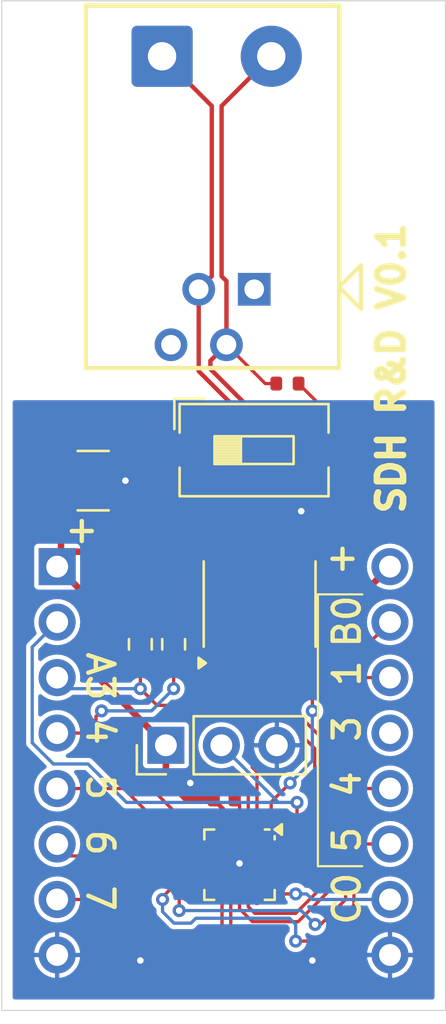
<source format=kicad_pcb>
(kicad_pcb (version 20241229) (generator "pcbnew") (generator_version "9.0")
  (layers (0 "F.Cu" signal) (2 "B.Cu" signal) (13 "F.Paste" user) (15 "B.Paste" user) (5 "F.SilkS" user "F.Silkscreen") (7 "B.SilkS" user "B.Silkscreen") (1 "F.Mask" user) (3 "B.Mask" user) (25 "Edge.Cuts" user))
  (net 0 "")
  (net 1 "Vdd")
  (net 2 "GND")
  (net 3 "Net-(U3-PB2{slash}TOSC2)")
  (net 4 "Net-(U3-PB3{slash}TOSC1)")
  (net 5 "Net-(D1-K)")
  (net 6 "Net-(D2-K)")
  (net 8 "/RS485+")
  (net 9 "/RS485-")
  (net 11 "/PA0")
  (net 12 "/PA6")
  (net 13 "/PC0")
  (net 14 "/PA7")
  (net 15 "/PB0")
  (net 16 "/PB3")
  (net 17 "/PA4")
  (net 18 "/PA3")
  (net 19 "/PB1")
  (net 20 "/PB4")
  (net 21 "/PA5")
  (net 22 "/PB5")
  (net 23 "Net-(R1-Pad2)")
  (net 24 "Net-(U1-RO)")
  (net 25 "Net-(U1-DE)")
  (net 26 "Net-(U1-DI)")
  (net 27 "Net-(U1-~{RE})")
  (net 28 "/PC1")
  (footprint "Resistor_SMD:R_0603_1608Metric" (layer "F.Cu") (at 94.234 74.676 90)
    (property "Reference" "R2" (hide yes))
    (property "Value" "500")
    (fp_line (start -0.237258 -0.5225) (end 0.237258 -0.5225) (stroke (width 0.12)) (layer "F.SilkS"))
    (fp_line (start -0.237258 0.5225) (end 0.237258 0.5225) (stroke (width 0.12)) (layer "F.SilkS"))
    (pad "1" smd roundrect (at -0.825 0 90) (size 0.8 0.95) (layers "F.Cu" "F.Mask" "F.Paste") (net 17 "/PA4"))
    (pad "2" smd roundrect (at 0.825 0 90) (size 0.8 0.95) (layers "F.Cu" "F.Mask" "F.Paste") (net 5 "Net-(D1-K)"))
  )
  (footprint "LED_SMD:LED_0805_2012Metric" (layer "F.Cu") (at 93.98 71.374 90)
    (property "Reference" "D1" (hide yes))
    (property "Value" "LED")
    (pad "1" smd roundrect (at -0.9375 0 90) (size 0.975 1.4) (layers "F.Cu" "F.Mask" "F.Paste") (net 5 "Net-(D1-K)"))
    (pad "2" smd roundrect (at 0.9375 0 90) (size 0.975 1.4) (layers "F.Cu" "F.Mask" "F.Paste") (net 1 "Vdd"))
  )
  (footprint "Capacitor_SMD:C_1210_3225Metric" (layer "F.Cu") (at 90.551 67.183)
    (property "Reference" "C3" (hide yes))
    (property "Value" "3.3uF")
    (fp_line (start -0.711252 -1.36) (end 0.711252 -1.36) (stroke (width 0.12)) (layer "F.SilkS"))
    (fp_line (start -0.711252 1.36) (end 0.711252 1.36) (stroke (width 0.12)) (layer "F.SilkS"))
    (pad "1" smd roundrect (at -1.475 0) (size 1.15 2.7) (layers "F.Cu" "F.Mask" "F.Paste") (roundrect_rratio 0.217391) (net 1 "Vdd"))
    (pad "2" smd roundrect (at 1.475 0) (size 1.15 2.7) (layers "F.Cu" "F.Mask" "F.Paste") (roundrect_rratio 0.217391) (net 2 "GND"))
  )
  (footprint "Capacitor_SMD:C_0402_1005Metric" (layer "F.Cu") (at 94.008 69.088 180)
    (property "Reference" "C2" (hide yes))
    (property "Value" "0.1uF")
    (pad "1" smd roundrect (at -0.48 0 180) (size 0.56 0.62) (layers "F.Cu" "F.Mask" "F.Paste") (net 1 "Vdd"))
    (pad "2" smd roundrect (at 0.48 0 180) (size 0.56 0.62) (layers "F.Cu" "F.Mask" "F.Paste") (net 2 "GND"))
  )
  (footprint "VicPersonal:Molex4P4CVertical" (layer "F.Cu") (at 96.012 53.52)
    (property "Reference" "J1" (hide yes))
    (property "Value" "~")
    (fp_line (start 5.8 4.8) (end 6.8 3.8) (stroke (width 0.2)) (layer "F.SilkS"))
    (fp_line (start 6.8 3.8) (end 6.8 5.8) (stroke (width 0.2)) (layer "F.SilkS"))
    (fp_line (start 6.8 5.8) (end 5.8 4.8) (stroke (width 0.2)) (layer "F.SilkS"))
    (fp_rect (start -5.8 -8.091) (end 5.8 8.509) (stroke (width 0.2)) (fill no) (layer "F.SilkS"))
    (pad "" np_thru_hole circle (at -3.81 -1.45 180) (size 3.25 3.25) (drill 3.25) (layers "*.Cu" "*.Mask"))
    (pad "" np_thru_hole circle (at 3.81 -1.45 180) (size 3.25 3.25) (drill 3.25) (layers "*.Cu" "*.Mask"))
    (pad "1" thru_hole rect (at 1.91 4.9 180) (size 1.5 1.5) (drill 0.9) (layers "*.Cu" "*.Mask"))
    (pad "2" thru_hole circle (at 0.64 7.44 180) (size 1.5 1.5) (drill 0.9) (layers "*.Cu" "*.Mask") (net 8 "/RS485+"))
    (pad "3" thru_hole circle (at -0.63 4.9 180) (size 1.5 1.5) (drill 0.9) (layers "*.Cu" "*.Mask") (net 9 "/RS485-"))
    (pad "4" thru_hole circle (at -1.9 7.44 180) (size 1.5 1.5) (drill 0.9) (layers "*.Cu" "*.Mask"))
  )
  (footprint "Capacitor_SMD:C_0402_1005Metric" (layer "F.Cu") (at 96.548 81.788)
    (property "Reference" "C1" (hide yes))
    (property "Value" "0.1uF")
    (pad "1" smd roundrect (at -0.48 0) (size 0.56 0.62) (layers "F.Cu" "F.Mask" "F.Paste") (net 1 "Vdd"))
    (pad "2" smd roundrect (at 0.48 0) (size 0.56 0.62) (layers "F.Cu" "F.Mask" "F.Paste") (net 2 "GND"))
  )
  (footprint "TerminalBlock:TerminalBlock_MaiXu_MX126-5.0-02P_1x02_P5.00mm" (layer "F.Cu") (at 93.7044 47.752)
    (property "Reference" "J4" (hide yes))
    (property "Value" "Conn_01x02_Pin")
    (pad "1" thru_hole roundrect (at 0 0) (size 2.8 2.8) (drill 1.3) (layers "*.Cu" "*.Mask") (roundrect_rratio 0.089286) (net 9 "/RS485-"))
    (pad "2" thru_hole circle (at 5 0) (size 2.8 2.8) (drill 1.3) (layers "*.Cu" "*.Mask") (net 8 "/RS485+"))
  )
  (footprint "Package_DFN_QFN:VQFN-20-1EP_3x3mm_P0.4mm_EP1.7x1.7mm" (layer "F.Cu") (at 97.2498 84.7666 -90)
    (property "Reference" "U3" (hide yes))
    (property "Value" "ATtiny1616-M")
    (fp_line (start -1.61 1.61) (end -1.61 1.16) (stroke (width 0.12)) (layer "F.SilkS"))
    (fp_line (start -1.16 1.61) (end -1.61 1.61) (stroke (width 0.12)) (layer "F.SilkS"))
    (fp_line (start 1.16 1.61) (end 1.61 1.61) (stroke (width 0.12)) (layer "F.SilkS"))
    (fp_line (start 1.61 1.61) (end 1.61 1.16) (stroke (width 0.12)) (layer "F.SilkS"))
    (fp_line (start -1.61 -1.16) (end -1.61 -1.37) (stroke (width 0.12)) (layer "F.SilkS"))
    (fp_line (start -1.16 -1.61) (end -1.31 -1.61) (stroke (width 0.12)) (layer "F.SilkS"))
    (fp_line (start 1.16 -1.61) (end 1.61 -1.61) (stroke (width 0.12)) (layer "F.SilkS"))
    (fp_line (start 1.61 -1.61) (end 1.61 -1.16) (stroke (width 0.12)) (layer "F.SilkS"))
    (fp_poly (pts (xy -1.61 -1.61) (xy -1.85 -1.94) (xy -1.37 -1.94) (xy -1.61 -1.61)) (stroke (width 0.12)) (fill yes) (layer "F.SilkS"))
    (pad "1" smd custom (at -1.45 -0.8 270) (size 0.143431 0.143431) (layers "F.Cu" "F.Mask" "F.Paste") (net 24 "Net-(U1-RO)") (options (clearance outline) (anchor circle)) (primitives (gr_poly (pts (xy -0.35 -0.05) (xy 0.299289 -0.05) (xy 0.35 0.000711) (xy 0.35 0.05) (xy -0.35 0.05)) (width 0.1) (fill yes))))
    (pad "2" smd roundrect (at -1.45 -0.4 270) (size 0.8 0.2) (layers "F.Cu" "F.Mask" "F.Paste") (net 18 "/PA3"))
    (pad "3" smd roundrect (at -1.45 0 270) (size 0.8 0.2) (layers "F.Cu" "F.Mask" "F.Paste") (net 2 "GND"))
    (pad "4" smd roundrect (at -1.45 0.4 270) (size 0.8 0.2) (layers "F.Cu" "F.Mask" "F.Paste") (net 1 "Vdd"))
    (pad "5" smd custom (at -1.45 0.8 270) (size 0.143431 0.143431) (layers "F.Cu" "F.Mask" "F.Paste") (net 17 "/PA4") (options (clearance outline) (anchor circle)) (primitives (gr_poly (pts (xy -0.35 -0.05) (xy 0.35 -0.05) (xy 0.35 -0.000711) (xy 0.299289 0.05) (xy -0.35 0.05)) (width 0.1) (fill yes))))
    (pad "6" smd custom (at -0.8 1.45 270) (size 0.143431 0.143431) (layers "F.Cu" "F.Mask" "F.Paste") (net 21 "/PA5") (options (clearance outline) (anchor circle)) (primitives (gr_poly (pts (xy -0.05 -0.299289) (xy 0.000711 -0.35) (xy 0.05 -0.35) (xy 0.05 0.35) (xy -0.05 0.35)) (width 0.1) (fill yes))))
    (pad "7" smd roundrect (at -0.4 1.45 270) (size 0.2 0.8) (layers "F.Cu" "F.Mask" "F.Paste") (net 12 "/PA6"))
    (pad "8" smd roundrect (at 0 1.45 270) (size 0.2 0.8) (layers "F.Cu" "F.Mask" "F.Paste") (net 14 "/PA7"))
    (pad "9" smd roundrect (at 0.4 1.45 270) (size 0.2 0.8) (layers "F.Cu" "F.Mask" "F.Paste") (net 22 "/PB5"))
    (pad "10" smd custom (at 0.8 1.45 270) (size 0.143431 0.143431) (layers "F.Cu" "F.Mask" "F.Paste") (net 20 "/PB4") (options (clearance outline) (anchor circle)) (primitives (gr_poly (pts (xy -0.05 -0.35) (xy -0.000711 -0.35) (xy 0.05 -0.299289) (xy 0.05 0.35) (xy -0.05 0.35)) (width 0.1) (fill yes))))
    (pad "11" smd custom (at 1.45 0.8 270) (size 0.143431 0.143431) (layers "F.Cu" "F.Mask" "F.Paste") (net 4 "Net-(U3-PB3{slash}TOSC1)") (options (clearance outline) (anchor circle)) (primitives (gr_poly (pts (xy -0.35 -0.05) (xy 0.35 -0.05) (xy 0.35 0.05) (xy -0.299289 0.05) (xy -0.35 -0.000711)) (width 0.1) (fill yes))))
    (pad "12" smd roundrect (at 1.45 0.4 270) (size 0.8 0.2) (layers "F.Cu" "F.Mask" "F.Paste") (net 3 "Net-(U3-PB2{slash}TOSC2)"))
    (pad "13" smd roundrect (at 1.45 0 270) (size 0.8 0.2) (layers "F.Cu" "F.Mask" "F.Paste") (net 19 "/PB1"))
    (pad "14" smd roundrect (at 1.45 -0.4 270) (size 0.8 0.2) (layers "F.Cu" "F.Mask" "F.Paste") (net 15 "/PB0"))
    (pad "15" smd custom (at 1.45 -0.8 270) (size 0.143431 0.143431) (layers "F.Cu" "F.Mask" "F.Paste") (net 13 "/PC0") (options (clearance outline) (anchor circle)) (primitives (gr_poly (pts (xy -0.35 0.000711) (xy -0.299289 -0.05) (xy 0.35 -0.05) (xy 0.35 0.05) (xy -0.35 0.05)) (width 0.1) (fill yes))))
    (pad "16" smd custom (at 0.8 -1.45 270) (size 0.143431 0.143431) (layers "F.Cu" "F.Mask" "F.Paste") (net 28 "/PC1") (options (clearance outline) (anchor circle)) (primitives (gr_poly (pts (xy -0.05 -0.35) (xy 0.05 -0.35) (xy 0.05 0.299289) (xy -0.000711 0.35) (xy -0.05 0.35)) (width 0.1) (fill yes))))
    (pad "17" smd roundrect (at 0.4 -1.45 270) (size 0.2 0.8) (layers "F.Cu" "F.Mask" "F.Paste") (net 25 "Net-(U1-DE)"))
    (pad "18" smd roundrect (at 0 -1.45 270) (size 0.2 0.8) (layers "F.Cu" "F.Mask" "F.Paste") (net 27 "Net-(U1-~{RE})"))
    (pad "19" smd roundrect (at -0.4 -1.45 270) (size 0.2 0.8) (layers "F.Cu" "F.Mask" "F.Paste") (net 11 "/PA0"))
    (pad "20" smd custom (at -0.8 -1.45 270) (size 0.143431 0.143431) (layers "F.Cu" "F.Mask" "F.Paste") (net 26 "Net-(U1-DI)") (options (clearance outline) (anchor circle)) (primitives (gr_poly (pts (xy -0.05 -0.35) (xy 0.05 -0.35) (xy 0.05 0.35) (xy 0.000711 0.35) (xy -0.05 0.299289)) (width 0.1) (fill yes))))
    (pad "21" smd rect (at 0 0 270) (size 1.7 1.7) (property pad_prop_heatsink) (layers "F.Cu" "F.Mask") (net 2 "GND"))
  )
  (footprint "Connector_PinHeader_2.54mm:PinHeader_1x03_P2.54mm_Vertical" (layer "F.Cu") (at 93.8784 79.2988 90)
    (property "Reference" "J3" (hide yes))
    (property "Value" "Programming")
    (fp_line (start -1.33 -1.33) (end 0 -1.33) (stroke (width 0.12)) (layer "F.SilkS"))
    (fp_line (start -1.33 0) (end -1.33 -1.33) (stroke (width 0.12)) (layer "F.SilkS"))
    (fp_line (start 1.33 1.27) (end 1.33 6.41) (stroke (width 0.12)) (layer "F.SilkS"))
    (fp_line (start -1.33 1.27) (end 1.33 1.27) (stroke (width 0.12)) (layer "F.SilkS"))
    (fp_line (start -1.33 1.27) (end -1.33 6.41) (stroke (width 0.12)) (layer "F.SilkS"))
    (fp_line (start -1.33 6.41) (end 1.33 6.41) (stroke (width 0.12)) (layer "F.SilkS"))
    (pad "1" thru_hole rect (at 0 0 90) (size 1.7 1.7) (drill 1) (layers "*.Cu" "*.Mask") (net 1 "Vdd"))
    (pad "2" thru_hole oval (at 0 2.54 90) (size 1.7 1.7) (drill 1) (layers "*.Cu" "*.Mask") (net 11 "/PA0"))
    (pad "3" thru_hole oval (at 0 5.08 90) (size 1.7 1.7) (drill 1) (layers "*.Cu" "*.Mask") (net 2 "GND"))
  )
  (footprint "Resistor_SMD:R_0603_1608Metric" (layer "F.Cu") (at 92.71 74.676 90)
    (property "Reference" "R3" (hide yes))
    (property "Value" "500")
    (fp_line (start -0.237258 -0.5225) (end 0.237258 -0.5225) (stroke (width 0.12)) (layer "F.SilkS"))
    (fp_line (start -0.237258 0.5225) (end 0.237258 0.5225) (stroke (width 0.12)) (layer "F.SilkS"))
    (pad "1" smd roundrect (at -0.825 0 90) (size 0.8 0.95) (layers "F.Cu" "F.Mask" "F.Paste") (net 18 "/PA3"))
    (pad "2" smd roundrect (at 0.825 0 90) (size 0.8 0.95) (layers "F.Cu" "F.Mask" "F.Paste") (net 6 "Net-(D2-K)"))
  )
  (footprint "Connector_PinHeader_2.54mm:PinHeader_2x08_P2.54mm_Vertical" (layer "F.Cu") (at 88.9 71.12)
    (property "Reference" "J2" (hide yes))
    (property "Value" "Connector")
    (pad "1" thru_hole rect (at 0 0) (size 1.7 1.7) (drill 1) (layers "*.Cu" "*.Mask") (net 1 "Vdd"))
    (pad "2" thru_hole oval (at 0 2.54) (size 1.7 1.7) (drill 1) (layers "*.Cu" "*.Mask") (net 11 "/PA0"))
    (pad "3" thru_hole oval (at 0 5.08) (size 1.7 1.7) (drill 1) (layers "*.Cu" "*.Mask") (net 18 "/PA3"))
    (pad "4" thru_hole oval (at 0 7.62) (size 1.7 1.7) (drill 1) (layers "*.Cu" "*.Mask") (net 17 "/PA4"))
    (pad "5" thru_hole oval (at 0 10.16) (size 1.7 1.7) (drill 1) (layers "*.Cu" "*.Mask") (net 21 "/PA5"))
    (pad "6" thru_hole oval (at 0 12.7) (size 1.7 1.7) (drill 1) (layers "*.Cu" "*.Mask") (net 12 "/PA6"))
    (pad "7" thru_hole oval (at 0 15.24) (size 1.7 1.7) (drill 1) (layers "*.Cu" "*.Mask") (net 14 "/PA7"))
    (pad "8" thru_hole oval (at 0 17.78) (size 1.7 1.7) (drill 1) (layers "*.Cu" "*.Mask") (net 2 "GND"))
    (pad "9" thru_hole oval (at 15.24 17.78) (size 1.7 1.7) (drill 1) (layers "*.Cu" "*.Mask") (net 2 "GND"))
    (pad "10" thru_hole oval (at 15.24 15.24) (size 1.7 1.7) (drill 1) (layers "*.Cu" "*.Mask") (net 13 "/PC0"))
    (pad "11" thru_hole oval (at 15.24 12.7) (size 1.7 1.7) (drill 1) (layers "*.Cu" "*.Mask") (net 22 "/PB5"))
    (pad "12" thru_hole oval (at 15.24 10.16) (size 1.7 1.7) (drill 1) (layers "*.Cu" "*.Mask") (net 20 "/PB4"))
    (pad "13" thru_hole oval (at 15.24 7.62) (size 1.7 1.7) (drill 1) (layers "*.Cu" "*.Mask") (net 16 "/PB3"))
    (pad "14" thru_hole oval (at 15.24 5.08) (size 1.7 1.7) (drill 1) (layers "*.Cu" "*.Mask") (net 19 "/PB1"))
    (pad "15" thru_hole oval (at 15.24 2.54) (size 1.7 1.7) (drill 1) (layers "*.Cu" "*.Mask") (net 15 "/PB0"))
    (pad "16" thru_hole oval (at 15.24 0) (size 1.7 1.7) (drill 1) (layers "*.Cu" "*.Mask") (net 1 "Vdd"))
  )
  (footprint "Crystal:Crystal_SMD_2012-2Pin_2.0x1.2mm" (layer "F.Cu") (at 96.6724 88.7803 180)
    (property "Reference" "Y1" (hide yes))
    (property "Value" "32.768kHz")
    (pad "1" smd rect (at -0.7 0 180) (size 0.6 1.1) (layers "F.Cu" "F.Mask" "F.Paste") (net 3 "Net-(U3-PB2{slash}TOSC2)"))
    (pad "2" smd rect (at 0.7 0 180) (size 0.6 1.1) (layers "F.Cu" "F.Mask" "F.Paste") (net 4 "Net-(U3-PB3{slash}TOSC1)"))
  )
  (footprint "Resistor_SMD:R_0402_1005Metric" (layer "F.Cu") (at 99.443 62.738)
    (property "Reference" "R1" (hide yes))
    (property "Value" "120")
    (pad "1" smd roundrect (at -0.51 0) (size 0.54 0.64) (layers "F.Cu" "F.Mask" "F.Paste") (net 8 "/RS485+"))
    (pad "2" smd roundrect (at 0.51 0) (size 0.54 0.64) (layers "F.Cu" "F.Mask" "F.Paste") (net 23 "Net-(R1-Pad2)"))
  )
  (footprint "Capacitor_SMD:C_0402_1005Metric" (layer "F.Cu") (at 94.333 89.154 180)
    (property "Reference" "C5" (hide yes))
    (property "Value" "15pF")
    (pad "1" smd roundrect (at -0.48 0 180) (size 0.56 0.62) (layers "F.Cu" "F.Mask" "F.Paste") (net 4 "Net-(U3-PB3{slash}TOSC1)"))
    (pad "2" smd roundrect (at 0.48 0 180) (size 0.56 0.62) (layers "F.Cu" "F.Mask" "F.Paste") (net 2 "GND"))
  )
  (footprint "Package_SO:SOIC-8_3.9x4.9mm_P1.27mm" (layer "F.Cu") (at 98.171 72.833 90)
    (property "Reference" "U1" (hide yes))
    (property "Value" "MAX485E")
    (fp_line (start 0 -2.56) (end 1.95 -2.56) (stroke (width 0.12)) (layer "F.SilkS"))
    (fp_line (start 0 -2.56) (end -1.95 -2.56) (stroke (width 0.12)) (layer "F.SilkS"))
    (fp_line (start 0 2.56) (end 1.95 2.56) (stroke (width 0.12)) (layer "F.SilkS"))
    (fp_line (start 0 2.56) (end -1.95 2.56) (stroke (width 0.12)) (layer "F.SilkS"))
    (fp_poly (pts (xy -2.7 -2.465) (xy -2.94 -2.795) (xy -2.46 -2.795) (xy -2.7 -2.465)) (stroke (width 0.12)) (fill yes) (layer "F.SilkS"))
    (pad "1" smd roundrect (at -2.475 -1.905 90) (size 1.95 0.6) (layers "F.Cu" "F.Mask" "F.Paste") (net 24 "Net-(U1-RO)"))
    (pad "2" smd roundrect (at -2.475 -0.635 90) (size 1.95 0.6) (layers "F.Cu" "F.Mask" "F.Paste") (net 27 "Net-(U1-~{RE})"))
    (pad "3" smd roundrect (at -2.475 0.635 90) (size 1.95 0.6) (layers "F.Cu" "F.Mask" "F.Paste") (net 25 "Net-(U1-DE)"))
    (pad "4" smd roundrect (at -2.475 1.905 90) (size 1.95 0.6) (layers "F.Cu" "F.Mask" "F.Paste") (net 26 "Net-(U1-DI)"))
    (pad "5" smd roundrect (at 2.475 1.905 90) (size 1.95 0.6) (layers "F.Cu" "F.Mask" "F.Paste") (net 2 "GND"))
    (pad "6" smd roundrect (at 2.475 0.635 90) (size 1.95 0.6) (layers "F.Cu" "F.Mask" "F.Paste") (net 8 "/RS485+"))
    (pad "7" smd roundrect (at 2.475 -0.635 90) (size 1.95 0.6) (layers "F.Cu" "F.Mask" "F.Paste") (net 9 "/RS485-"))
    (pad "8" smd roundrect (at 2.475 -1.905 90) (size 1.95 0.6) (layers "F.Cu" "F.Mask" "F.Paste") (net 1 "Vdd"))
  )
  (footprint "LED_SMD:LED_0805_2012Metric" (layer "F.Cu") (at 91.948 71.374 90)
    (property "Reference" "D2" (hide yes))
    (property "Value" "LED")
    (pad "1" smd roundrect (at -0.9375 0 90) (size 0.975 1.4) (layers "F.Cu" "F.Mask" "F.Paste") (net 6 "Net-(D2-K)"))
    (pad "2" smd roundrect (at 0.9375 0 90) (size 0.975 1.4) (layers "F.Cu" "F.Mask" "F.Paste") (net 1 "Vdd"))
  )
  (footprint "Button_Switch_SMD:SW_DIP_SPSTx01_Slide_6.7x4.1mm_W6.73mm_P2.54mm_LowProfile_JPin" (layer "F.Cu") (at 97.917 65.786)
    (property "Reference" "SW1" (hide yes))
    (property "Value" "SW_DIP_x01")
    (fp_line (start -3.65 -2.35) (end -3.65 -0.967) (stroke (width 0.12)) (layer "F.SilkS"))
    (fp_line (start -3.65 -2.35) (end -2.267 -2.35) (stroke (width 0.12)) (layer "F.SilkS"))
    (fp_line (start -3.41 -2.11) (end -3.41 -0.8) (stroke (width 0.12)) (layer "F.SilkS"))
    (fp_line (start -3.41 -2.11) (end 3.41 -2.11) (stroke (width 0.12)) (layer "F.SilkS"))
    (fp_line (start -3.41 0.8) (end -3.41 2.11) (stroke (width 0.12)) (layer "F.SilkS"))
    (fp_line (start -3.41 2.11) (end 3.41 2.11) (stroke (width 0.12)) (layer "F.SilkS"))
    (fp_line (start -1.81 -0.635) (end -1.81 0.635) (stroke (width 0.12)) (layer "F.SilkS"))
    (fp_line (start -1.81 -0.515) (end -0.603333 -0.515) (stroke (width 0.12)) (layer "F.SilkS"))
    (fp_line (start -1.81 -0.395) (end -0.603333 -0.395) (stroke (width 0.12)) (layer "F.SilkS"))
    (fp_line (start -1.81 -0.275) (end -0.603333 -0.275) (stroke (width 0.12)) (layer "F.SilkS"))
    (fp_line (start -1.81 -0.155) (end -0.603333 -0.155) (stroke (width 0.12)) (layer "F.SilkS"))
    (fp_line (start -1.81 -0.035) (end -0.603333 -0.035) (stroke (width 0.12)) (layer "F.SilkS"))
    (fp_line (start -1.81 0.085) (end -0.603333 0.085) (stroke (width 0.12)) (layer "F.SilkS"))
    (fp_line (start -1.81 0.205) (end -0.603333 0.205) (stroke (width 0.12)) (layer "F.SilkS"))
    (fp_line (start -1.81 0.325) (end -0.603333 0.325) (stroke (width 0.12)) (layer "F.SilkS"))
    (fp_line (start -1.81 0.445) (end -0.603333 0.445) (stroke (width 0.12)) (layer "F.SilkS"))
    (fp_line (start -1.81 0.565) (end -0.603333 0.565) (stroke (width 0.12)) (layer "F.SilkS"))
    (fp_line (start -1.81 0.635) (end 1.81 0.635) (stroke (width 0.12)) (layer "F.SilkS"))
    (fp_line (start -0.603333 -0.635) (end -0.603333 0.635) (stroke (width 0.12)) (layer "F.SilkS"))
    (fp_line (start 1.81 -0.635) (end -1.81 -0.635) (stroke (width 0.12)) (layer "F.SilkS"))
    (fp_line (start 1.81 0.635) (end 1.81 -0.635) (stroke (width 0.12)) (layer "F.SilkS"))
    (fp_line (start 3.41 -2.11) (end 3.41 -0.8) (stroke (width 0.12)) (layer "F.SilkS"))
    (fp_line (start 3.41 0.8) (end 3.41 2.11) (stroke (width 0.12)) (layer "F.SilkS"))
    (pad "1" smd rect (at -3.365 0) (size 2.16 1.12) (layers "F.Cu" "F.Mask" "F.Paste") (net 9 "/RS485-"))
    (pad "2" smd rect (at 3.365 0) (size 2.16 1.12) (layers "F.Cu" "F.Mask" "F.Paste") (net 23 "Net-(R1-Pad2)"))
  )
  (footprint "Capacitor_SMD:C_0402_1005Metric" (layer "F.Cu") (at 99.06 89.154)
    (property "Reference" "C4" (hide yes))
    (property "Value" "15pF")
    (pad "1" smd roundrect (at -0.48 0) (size 0.56 0.62) (layers "F.Cu" "F.Mask" "F.Paste") (net 3 "Net-(U3-PB2{slash}TOSC2)"))
    (pad "2" smd roundrect (at 0.48 0) (size 0.56 0.62) (layers "F.Cu" "F.Mask" "F.Paste") (net 2 "GND"))
  )
  (gr_line (start 100.838 84.836) (end 102.87 84.836) (stroke (width 0.1)) (layer "F.SilkS"))
  (gr_line (start 102.87 72.39) (end 100.838 72.39) (stroke (width 0.1)) (layer "F.SilkS"))
  (gr_line (start 100.838 72.39) (end 100.838 84.836) (stroke (width 0.1)) (layer "F.SilkS"))
  (gr_rect (start 86.36 45.212) (end 106.68 91.44) (stroke (width 0.05)) (fill no) (layer "Edge.Cuts"))
  (gr_text "1" (at 102.87 76.708 90) (layer "F.SilkS") (effects (font (size 1.2 1.2) (thickness 0.2) (bold yes)) (justify left bottom)))
  (gr_text "+" (at 101.092 71.374 0) (layer "F.SilkS") (effects (font (size 1.2 1.2) (thickness 0.2) (bold yes)) (justify left bottom)))
  (gr_text "SDH R&D V0.1" (at 104.902 68.834 90) (layer "F.SilkS") (effects (font (size 1.2 1.2) (thickness 0.3) (bold yes)) (justify left bottom)))
  (gr_text "3" (at 102.87 79.248 90) (layer "F.SilkS") (effects (font (size 1.2 1.2) (thickness 0.2) (bold yes)) (justify left bottom)))
  (gr_text "5" (at 102.87 84.328 90) (layer "F.SilkS") (effects (font (size 1.2 1.2) (thickness 0.2) (bold yes)) (justify left bottom)))
  (gr_text "6" (at 90.17 83.058 270) (layer "F.SilkS") (effects (font (size 1.2 1.2) (thickness 0.2) (bold yes)) (justify left bottom)))
  (gr_text "C0" (at 102.87 87.63 90) (layer "F.SilkS") (effects (font (size 1.2 1.2) (thickness 0.2) (bold yes)) (justify left bottom)))
  (gr_text "+" (at 89.154 70.104 0) (layer "F.SilkS") (effects (font (size 1.2 1.2) (thickness 0.2) (bold yes)) (justify left bottom)))
  (gr_text "A3" (at 90.17 74.93 270) (layer "F.SilkS") (effects (font (size 1.2 1.2) (thickness 0.2) (bold yes)) (justify left bottom)))
  (gr_text "4" (at 90.17 77.978 270) (layer "F.SilkS") (effects (font (size 1.2 1.2) (thickness 0.2) (bold yes)) (justify left bottom)))
  (gr_text "4" (at 102.87 81.788 90) (layer "F.SilkS") (effects (font (size 1.2 1.2) (thickness 0.2) (bold yes)) (justify left bottom)))
  (gr_text "B0" (at 102.87 74.93 90) (layer "F.SilkS") (effects (font (size 1.2 1.2) (thickness 0.2) (bold yes)) (justify left bottom)))
  (gr_text "5" (at 90.17 80.518 270) (layer "F.SilkS") (effects (font (size 1.2 1.2) (thickness 0.2) (bold yes)) (justify left bottom)))
  (gr_text "7" (at 90.17 85.598 270) (layer "F.SilkS") (effects (font (size 1.2 1.2) (thickness 0.2) (bold yes)) (justify left bottom)))
  (segment (start 96.266 70.358) (end 96.266 71.12) (width 0.25) (layer "F.Cu") (net 1))
  (segment (start 96.8498 82.5698) (end 96.068 81.788) (width 0.2) (layer "F.Cu") (net 1))
  (segment (start 91.948 70.4365) (end 89.5835 70.4365) (width 0.3) (layer "F.Cu") (net 1))
  (segment (start 93.98 70.4365) (end 91.948 70.4365) (width 0.3) (layer "F.Cu") (net 1))
  (segment (start 89.076 67.183) (end 89.076 70.944) (width 0.3) (layer "F.Cu") (net 1))
  (segment (start 94.488 69.088) (end 94.996 69.088) (width 0.25) (layer "F.Cu") (net 1))
  (segment (start 90.678 76.0984) (end 93.8784 79.2988) (width 0.3) (layer "F.Cu") (net 1))
  (segment (start 89.076 70.944) (end 88.9 71.12) (width 0.3) (layer "F.Cu") (net 1))
  (segment (start 94.996 69.088) (end 96.266 70.358) (width 0.25) (layer "F.Cu") (net 1))
  (segment (start 104.14 71.12) (end 102.87 72.39) (width 0.3) (layer "F.Cu") (net 1))
  (segment (start 94.838761 81.788) (end 93.8784 80.827639) (width 0.3) (layer "F.Cu") (net 1))
  (segment (start 89.5835 70.4365) (end 88.9 71.12) (width 0.25) (layer "F.Cu") (net 1))
  (segment (start 96.266 70.358) (end 94.0585 70.358) (width 0.3) (layer "F.Cu") (net 1))
  (segment (start 90.678 72.898) (end 90.678 76.0984) (width 0.3) (layer "F.Cu") (net 1))
  (segment (start 88.9 71.12) (end 90.678 72.898) (width 0.3) (layer "F.Cu") (net 1))
  (segment (start 96.068 81.788) (end 94.838761 81.788) (width 0.3) (layer "F.Cu") (net 1))
  (segment (start 94.0585 70.358) (end 93.98 70.4365) (width 0.25) (layer "F.Cu") (net 1))
  (segment (start 95.9335 72.39) (end 93.98 70.4365) (width 0.3) (layer "F.Cu") (net 1))
  (segment (start 96.393 70.358) (end 96.393 69.724397) (width 0.2) (layer "F.Cu") (net 1))
  (segment (start 93.8784 80.827639) (end 93.8784 79.2988) (width 0.3) (layer "F.Cu") (net 1))
  (segment (start 96.8498 83.3166) (end 96.8498 82.5698) (width 0.2) (layer "F.Cu") (net 1))
  (segment (start 102.87 72.39) (end 95.9335 72.39) (width 0.3) (layer "F.Cu") (net 1))
  (segment (start 97.2498 84.7666) (end 97.2498 84.709) (width 0.15) (layer "F.Cu") (net 2))
  (segment (start 93.853 89.154) (end 92.71 89.154) (width 0.25) (layer "F.Cu") (net 2))
  (segment (start 97.2498 84.709) (end 97.2498 83.3166) (width 0.15) (layer "F.Cu") (net 2))
  (segment (start 97.2498 83.3166) (end 97.2498 82.0098) (width 0.15) (layer "F.Cu") (net 2))
  (segment (start 97.2498 82.0098) (end 97.028 81.788) (width 0.15) (layer "F.Cu") (net 2))
  (segment (start 96.266 81.026) (end 94.996 81.026) (width 0.25) (layer "F.Cu") (net 2))
  (segment (start 92.026 67.183) (end 93.528 68.685) (width 0.2) (layer "F.Cu") (net 2))
  (segment (start 97.028 81.788) (end 97.028 81.28) (width 0.25) (layer "F.Cu") (net 2))
  (segment (start 100.076 70.358) (end 100.076 68.58) (width 0.2) (layer "F.Cu") (net 2))
  (segment (start 96.774 81.026) (end 96.266 81.026) (width 0.25) (layer "F.Cu") (net 2))
  (segment (start 99.54 89.154) (end 100.584 89.154) (width 0.3) (layer "F.Cu") (net 2))
  (segment (start 97.028 81.28) (end 96.774 81.026) (width 0.25) (layer "F.Cu") (net 2))
  (segment (start 93.528 68.685) (end 93.528 69.088) (width 0.2) (layer "F.Cu") (net 2))
  (via (at 100.584 89.154) (size 0.6) (drill 0.3) (layers "F.Cu" "B.Cu") (net 2))
  (via (at 100.076 68.58) (size 0.6) (drill 0.3) (layers "F.Cu" "B.Cu") (net 2))
  (via (at 94.996 81.026) (size 0.6) (drill 0.3) (layers "F.Cu" "B.Cu") (net 2))
  (via (at 92.71 89.154) (size 0.6) (drill 0.3) (layers "F.Cu" "B.Cu") (net 2))
  (via (at 92.026 67.183) (size 0.6) (drill 0.3) (layers "F.Cu" "B.Cu") (net 2))
  (via (at 97.2498 84.709) (size 0.6) (drill 0.3) (layers "F.Cu" "B.Cu") (net 2))
  (segment (start 97.7461 89.154) (end 97.3724 88.7803) (width 0.2) (layer "F.Cu") (net 3))
  (segment (start 98.58 89.154) (end 97.7461 89.154) (width 0.2) (layer "F.Cu") (net 3))
  (segment (start 97.3608 88.7919) (end 97.3724 88.7803) (width 0.15) (layer "F.Cu") (net 3))
  (segment (start 96.8498 86.2166) (end 96.8498 88.2577) (width 0.15) (layer "F.Cu") (net 3))
  (segment (start 96.8498 88.2577) (end 97.3724 88.7803) (width 0.15) (layer "F.Cu") (net 3))
  (segment (start 95.5987 89.154) (end 95.9724 88.7803) (width 0.2) (layer "F.Cu") (net 4))
  (segment (start 94.813 89.154) (end 95.5987 89.154) (width 0.2) (layer "F.Cu") (net 4))
  (segment (start 95.9612 88.7915) (end 95.9724 88.7803) (width 0.15) (layer "F.Cu") (net 4))
  (segment (start 96.4498 86.2166) (end 96.4498 88.3029) (width 0.15) (layer "F.Cu") (net 4))
  (segment (start 96.4498 88.3029) (end 95.9724 88.7803) (width 0.15) (layer "F.Cu") (net 4))
  (segment (start 94.234 72.5655) (end 93.98 72.3115) (width 0.15) (layer "F.Cu") (net 5))
  (segment (start 94.234 73.851) (end 94.234 72.5655) (width 0.15) (layer "F.Cu") (net 5))
  (segment (start 92.71 73.851) (end 92.71 73.0735) (width 0.15) (layer "F.Cu") (net 6))
  (segment (start 92.71 73.0735) (end 91.948 72.3115) (width 0.15) (layer "F.Cu") (net 6))
  (segment (start 96.652 58.044) (end 96.4294 57.8214) (width 0.2) (layer "F.Cu") (net 8))
  (segment (start 98.43 62.738) (end 96.652 60.96) (width 0.15) (layer "F.Cu") (net 8))
  (segment (start 98.933 62.738) (end 98.43 62.738) (width 0.15) (layer "F.Cu") (net 8))
  (segment (start 98.806 68.895499) (end 98.806 70.358) (width 0.2) (layer "F.Cu") (net 8))
  (segment (start 96.652 60.96) (end 95.9171 61.6949) (width 0.2) (layer "F.Cu") (net 8))
  (segment (start 96.652 60.96) (end 96.652 58.044) (width 0.2) (layer "F.Cu") (net 8))
  (segment (start 95.9171 62.0709) (end 98.396 64.5498) (width 0.2) (layer "F.Cu") (net 8))
  (segment (start 98.933 62.738) (end 98.933 62.5298) (width 0.15) (layer "F.Cu") (net 8))
  (segment (start 95.9171 61.6949) (end 95.9171 62.0709) (width 0.2) (layer "F.Cu") (net 8))
  (segment (start 96.4294 57.8214) (end 96.4294 50.027) (width 0.2) (layer "F.Cu") (net 8))
  (segment (start 98.396 68.485499) (end 98.806 68.895499) (width 0.2) (layer "F.Cu") (net 8))
  (segment (start 96.4294 50.027) (end 98.7044 47.752) (width 0.2) (layer "F.Cu") (net 8))
  (segment (start 98.396 64.5498) (end 98.396 68.485499) (width 0.2) (layer "F.Cu") (net 8))
  (segment (start 95.9794 57.8226) (end 95.382 58.42) (width 0.2) (layer "F.Cu") (net 9))
  (segment (start 95.382 58.42) (end 95.382 62.1722) (width 0.2) (layer "F.Cu") (net 9))
  (segment (start 93.7044 47.752) (end 95.9794 50.027) (width 0.2) (layer "F.Cu") (net 9))
  (segment (start 97.536 68.895499) (end 97.536 70.358) (width 0.2) (layer "F.Cu") (net 9))
  (segment (start 97.946 64.7362) (end 97.946 65.786) (width 0.2) (layer "F.Cu") (net 9))
  (segment (start 95.382 62.1722) (end 97.946 64.7362) (width 0.2) (layer "F.Cu") (net 9))
  (segment (start 94.5134 47.1424) (end 93.7044 47.1424) (width 0.2) (layer "F.Cu") (net 9))
  (segment (start 94.552 65.786) (end 97.946 65.786) (width 0.15) (layer "F.Cu") (net 9))
  (segment (start 97.946 68.485499) (end 97.536 68.895499) (width 0.2) (layer "F.Cu") (net 9))
  (segment (start 97.946 65.786) (end 97.946 68.485499) (width 0.2) (layer "F.Cu") (net 9))
  (segment (start 95.9794 50.027) (end 95.9794 57.8226) (width 0.2) (layer "F.Cu") (net 9))
  (segment (start 99.882 83.657624) (end 99.173024 84.3666) (width 0.15) (layer "F.Cu") (net 11))
  (segment (start 99.882 81.915) (end 99.882 83.657624) (width 0.15) (layer "F.Cu") (net 11))
  (segment (start 99.173024 84.3666) (end 98.6998 84.3666) (width 0.15) (layer "F.Cu") (net 11))
  (via (at 99.882 81.915) (size 0.6) (drill 0.3) (layers "F.Cu" "B.Cu") (net 11))
  (segment (start 90.315 80.155) (end 88.724009 80.155) (width 0.15) (layer "B.Cu") (net 11))
  (segment (start 88.724009 80.155) (end 87.757 79.187991) (width 0.15) (layer "B.Cu") (net 11))
  (segment (start 96.4184 79.2988) (end 99.0346 81.915) (width 0.15) (layer "B.Cu") (net 11))
  (segment (start 99.0346 81.915) (end 99.882 81.915) (width 0.15) (layer "B.Cu") (net 11))
  (segment (start 92.075 81.915) (end 90.315 80.155) (width 0.15) (layer "B.Cu") (net 11))
  (segment (start 87.757 79.187991) (end 87.757 74.803) (width 0.15) (layer "B.Cu") (net 11))
  (segment (start 87.757 74.803) (end 88.9 73.66) (width 0.15) (layer "B.Cu") (net 11))
  (segment (start 99.882 81.915) (end 92.075 81.915) (width 0.15) (layer "B.Cu") (net 11))
  (segment (start 89.4466 84.3666) (end 88.9 83.82) (width 0.15) (layer "F.Cu") (net 12))
  (segment (start 95.7998 84.3666) (end 89.4466 84.3666) (width 0.15) (layer "F.Cu") (net 12))
  (segment (start 98.0498 86.2166) (end 98.1604 86.106) (width 0.15) (layer "F.Cu") (net 13))
  (segment (start 98.1604 86.106) (end 99.822 86.106) (width 0.15) (layer "F.Cu") (net 13))
  (via (at 99.822 86.106) (size 0.6) (drill 0.3) (layers "F.Cu" "B.Cu") (net 13))
  (segment (start 100.33 86.106) (end 100.584 86.36) (width 0.15) (layer "B.Cu") (net 13))
  (segment (start 100.584 86.36) (end 104.14 86.36) (width 0.15) (layer "B.Cu") (net 13))
  (segment (start 99.822 86.106) (end 100.33 86.106) (width 0.15) (layer "B.Cu") (net 13))
  (segment (start 93.5414 84.7666) (end 91.948 86.36) (width 0.15) (layer "F.Cu") (net 14))
  (segment (start 91.948 86.36) (end 88.9 86.36) (width 0.15) (layer "F.Cu") (net 14))
  (segment (start 95.7998 84.7666) (end 93.5414 84.7666) (width 0.15) (layer "F.Cu") (net 14))
  (segment (start 99.822 86.995) (end 101.393026 85.423974) (width 0.15) (layer "F.Cu") (net 15))
  (segment (start 101.393026 85.423974) (end 101.393026 84.582) (width 0.15) (layer "F.Cu") (net 15))
  (segment (start 97.6498 86.2166) (end 97.6498 86.689824) (width 0.15) (layer "F.Cu") (net 15))
  (segment (start 101.393026 76.406974) (end 101.393026 84.582) (width 0.15) (layer "F.Cu") (net 15))
  (segment (start 97.6498 86.689824) (end 97.954976 86.995) (width 0.15) (layer "F.Cu") (net 15))
  (segment (start 97.954976 86.995) (end 99.822 86.995) (width 0.15) (layer "F.Cu") (net 15))
  (segment (start 104.14 73.66) (end 101.393026 76.406974) (width 0.15) (layer "F.Cu") (net 15))
  (segment (start 90.678 78.74) (end 88.9 78.74) (width 0.15) (layer "F.Cu") (net 17))
  (segment (start 90.678 78.74) (end 90.678 77.978) (width 0.15) (layer "F.Cu") (net 17))
  (segment (start 94.234 75.501) (end 94.234 76.708) (width 0.15) (layer "F.Cu") (net 17))
  (segment (start 90.678 77.978) (end 90.932 77.724) (width 0.15) (layer "F.Cu") (net 17))
  (segment (start 95.2546 83.3166) (end 90.678 78.74) (width 0.15) (layer "F.Cu") (net 17))
  (segment (start 96.4498 83.3166) (end 95.2546 83.3166) (width 0.15) (layer "F.Cu") (net 17))
  (via (at 90.932 77.724) (size 0.6) (drill 0.3) (layers "F.Cu" "B.Cu") (net 17))
  (via (at 94.234 76.708) (size 0.6) (drill 0.3) (layers "F.Cu" "B.Cu") (net 17))
  (segment (start 93.218 77.724) (end 90.932 77.724) (width 0.15) (layer "B.Cu") (net 17))
  (segment (start 94.234 76.708) (end 93.218 77.724) (width 0.15) (layer "B.Cu") (net 17))
  (segment (start 88.9 76.5704) (end 88.9 76.2) (width 0.15) (layer "F.Cu") (net 18))
  (segment (start 94.2996 77.47) (end 93.472 77.47) (width 0.15) (layer "F.Cu") (net 18))
  (segment (start 95.0034 79.474791) (end 95.0034 78.1738) (width 0.15) (layer "F.Cu") (net 18))
  (segment (start 92.71 76.708) (end 92.71 75.501) (width 0.15) (layer "F.Cu") (net 18))
  (segment (start 97.6498 82.855594) (end 97.663 82.842394) (width 0.15) (layer "F.Cu") (net 18))
  (segment (start 97.6498 80.999774) (end 97.168026 80.518) (width 0.15) (layer "F.Cu") (net 18))
  (segment (start 96.046609 80.518) (end 95.0034 79.474791) (width 0.15) (layer "F.Cu") (net 18))
  (segment (start 97.6498 82.855594) (end 97.6498 80.999774) (width 0.15) (layer "F.Cu") (net 18))
  (segment (start 93.472 77.47) (end 92.71 76.708) (width 0.15) (layer "F.Cu") (net 18))
  (segment (start 97.168026 80.518) (end 96.046609 80.518) (width 0.15) (layer "F.Cu") (net 18))
  (segment (start 95.0034 78.1738) (end 94.2996 77.47) (width 0.15) (layer "F.Cu") (net 18))
  (segment (start 97.6498 83.3166) (end 97.6498 82.855594) (width 0.15) (layer "F.Cu") (net 18))
  (via (at 92.71 76.708) (size 0.6) (drill 0.3) (layers "F.Cu" "B.Cu") (net 18))
  (segment (start 92.71 76.708) (end 89.408 76.708) (width 0.15) (layer "B.Cu") (net 18))
  (segment (start 89.408 76.708) (end 88.9 76.2) (width 0.15) (layer "B.Cu") (net 18))
  (segment (start 97.2498 86.784799) (end 97.2498 86.2166) (width 0.15) (layer "F.Cu") (net 19))
  (segment (start 104.14 76.2) (end 102.378026 76.2) (width 0.15) (layer "F.Cu") (net 19))
  (segment (start 99.935974 87.376) (end 97.841001 87.376) (width 0.15) (layer "F.Cu") (net 19))
  (segment (start 102.378026 76.2) (end 101.743026 76.835) (width 0.15) (layer "F.Cu") (net 19))
  (segment (start 101.743026 85.568948) (end 99.935974 87.376) (width 0.15) (layer "F.Cu") (net 19))
  (segment (start 97.841001 87.376) (end 97.2498 86.784799) (width 0.15) (layer "F.Cu") (net 19))
  (segment (start 101.743026 76.835) (end 101.743026 85.568948) (width 0.15) (layer "F.Cu") (net 19))
  (segment (start 104.14 81.28) (end 102.616 81.28) (width 0.15) (layer "F.Cu") (net 20))
  (segment (start 94.488 86.868) (end 94.488 85.979) (width 0.15) (layer "F.Cu") (net 20))
  (segment (start 102.616 81.28) (end 102.108 81.788) (width 0.15) (layer "F.Cu") (net 20))
  (segment (start 94.488 85.979) (end 94.9004 85.5666) (width 0.15) (layer "F.Cu") (net 20))
  (segment (start 102.108 86.36) (end 100.965 87.503) (width 0.15) (layer "F.Cu") (net 20))
  (segment (start 94.9004 85.5666) (end 95.7998 85.5666) (width 0.15) (layer "F.Cu") (net 20))
  (segment (start 100.965 87.503) (end 100.711 87.503) (width 0.15) (layer "F.Cu") (net 20))
  (segment (start 102.108 81.788) (end 102.108 86.36) (width 0.15) (layer "F.Cu") (net 20))
  (via (at 94.488 86.868) (size 0.6) (drill 0.3) (layers "F.Cu" "B.Cu") (net 20))
  (via (at 100.711 87.503) (size 0.6) (drill 0.3) (layers "F.Cu" "B.Cu") (net 20))
  (segment (start 100.076 86.868) (end 94.488 86.868) (width 0.15) (layer "B.Cu") (net 20))
  (segment (start 100.711 87.503) (end 100.076 86.868) (width 0.15) (layer "B.Cu") (net 20))
  (segment (start 91.948 81.28) (end 94.6346 83.9666) (width 0.15) (layer "F.Cu") (net 21))
  (segment (start 94.6346 83.9666) (end 95.7998 83.9666) (width 0.15) (layer "F.Cu") (net 21))
  (segment (start 88.9 81.28) (end 91.948 81.28) (width 0.15) (layer "F.Cu") (net 21))
  (segment (start 104.14 83.82) (end 102.997 83.82) (width 0.15) (layer "F.Cu") (net 22))
  (segment (start 102.489 86.614) (end 101.346 87.757) (width 0.15) (layer "F.Cu") (net 22))
  (segment (start 93.726 86.36) (end 93.726 86.246026) (width 0.15) (layer "F.Cu") (net 22))
  (segment (start 100.838 88.265) (end 99.822 88.265) (width 0.15) (layer "F.Cu") (net 22))
  (segment (start 94.805426 85.1666) (end 95.7998 85.1666) (width 0.15) (layer "F.Cu") (net 22))
  (segment (start 101.346 87.757) (end 100.838 88.265) (width 0.15) (layer "F.Cu") (net 22))
  (segment (start 93.726 86.246026) (end 94.805426 85.1666) (width 0.15) (layer "F.Cu") (net 22))
  (segment (start 102.489 84.328) (end 102.489 86.614) (width 0.15) (layer "F.Cu") (net 22))
  (segment (start 102.997 83.82) (end 102.489 84.328) (width 0.15) (layer "F.Cu") (net 22))
  (via (at 99.822 88.265) (size 0.6) (drill 0.3) (layers "F.Cu" "B.Cu") (net 22))
  (via (at 93.726 86.36) (size 0.6) (drill 0.3) (layers "F.Cu" "B.Cu") (net 22))
  (segment (start 99.822 88.265) (end 99.822 87.503) (width 0.15) (layer "B.Cu") (net 22))
  (segment (start 94.249827 87.443) (end 93.726 86.919173) (width 0.15) (layer "B.Cu") (net 22))
  (segment (start 93.726 86.919173) (end 93.726 86.36) (width 0.15) (layer "B.Cu") (net 22))
  (segment (start 99.537 87.218) (end 99.314 87.218) (width 0.15) (layer "B.Cu") (net 22))
  (segment (start 95.025 87.443) (end 94.249827 87.443) (width 0.15) (layer "B.Cu") (net 22))
  (segment (start 99.314 87.218) (end 95.25 87.218) (width 0.15) (layer "B.Cu") (net 22))
  (segment (start 99.822 87.503) (end 99.537 87.218) (width 0.15) (layer "B.Cu") (net 22))
  (segment (start 95.25 87.218) (end 95.025 87.443) (width 0.15) (layer "B.Cu") (net 22))
  (segment (start 101.282 66.167) (end 101.282 64.067) (width 0.15) (layer "F.Cu") (net 23))
  (segment (start 101.282 64.067) (end 99.953 62.738) (width 0.15) (layer "F.Cu") (net 23))
  (segment (start 97.8334 80.3074) (end 98.0498 80.5238) (width 0.15) (layer "F.Cu") (net 24))
  (segment (start 97.8334 78.572105) (end 97.8334 80.3074) (width 0.15) (layer "F.Cu") (net 24))
  (segment (start 97.8334 78.572105) (end 96.266 77.004705) (width 0.15) (layer "F.Cu") (net 24))
  (segment (start 98.0498 80.5238) (end 98.0498 83.3166) (width 0.15) (layer "F.Cu") (net 24))
  (segment (start 96.266 77.004705) (end 96.266 75.308) (width 0.15) (layer "F.Cu") (net 24))
  (segment (start 101.043026 78.996199) (end 98.806 76.759173) (width 0.15) (layer "F.Cu") (net 25))
  (segment (start 99.986375 85.1666) (end 101.043026 84.109949) (width 0.15) (layer "F.Cu") (net 25))
  (segment (start 101.043026 84.109949) (end 101.043026 78.996199) (width 0.15) (layer "F.Cu") (net 25))
  (segment (start 98.6998 85.1666) (end 99.986375 85.1666) (width 0.15) (layer "F.Cu") (net 25))
  (segment (start 98.806 76.759173) (end 98.806 75.308) (width 0.15) (layer "F.Cu") (net 25))
  (segment (start 100.584 77.724) (end 100.584 76.959) (width 0.15) (layer "F.Cu") (net 26))
  (segment (start 100.076 76.451) (end 100.076 75.308) (width 0.15) (layer "F.Cu") (net 26))
  (segment (start 100.584 76.959) (end 100.076 76.451) (width 0.15) (layer "F.Cu") (net 26))
  (segment (start 98.6998 81.8942) (end 99.568 81.026) (width 0.15) (layer "F.Cu") (net 26))
  (segment (start 98.6998 83.9666) (end 98.6998 81.8942) (width 0.15) (layer "F.Cu") (net 26))
  (via (at 100.584 77.724) (size 0.6) (drill 0.3) (layers "F.Cu" "B.Cu") (net 26))
  (via (at 99.568 81.026) (size 0.6) (drill 0.3) (layers "F.Cu" "B.Cu") (net 26))
  (segment (start 99.568 81.026) (end 100.584 80.01) (width 0.15) (layer "B.Cu") (net 26))
  (segment (start 100.584 80.01) (end 100.584 77.724) (width 0.15) (layer "B.Cu") (net 26))
  (segment (start 99.017295 77.766705) (end 100.693026 79.442435) (width 0.15) (layer "F.Cu") (net 27))
  (segment (start 97.536 76.28541) (end 97.536 75.308) (width 0.15) (layer "F.Cu") (net 27))
  (segment (start 99.017295 77.766705) (end 97.536 76.28541) (width 0.15) (layer "F.Cu") (net 27))
  (segment (start 99.8914 84.7666) (end 98.6998 84.7666) (width 0.15) (layer "F.Cu") (net 27))
  (segment (start 100.693026 79.442435) (end 100.693026 83.964974) (width 0.15) (layer "F.Cu") (net 27))
  (segment (start 100.693026 83.964974) (end 99.8914 84.7666) (width 0.15) (layer "F.Cu") (net 27))
  (zone (net 2) (net_name "GND") (layer "B.Cu") (connect_pads (clearance 0.2)) (min_thickness 0.2) (fill yes (thermal_gap 0.2) (thermal_bridge_width 0.2))
    (polygon (pts (xy 86.36 63.5) (xy 106.68 63.5) (xy 106.68 91.44) (xy 86.36 91.44)))
  )
)
</source>
